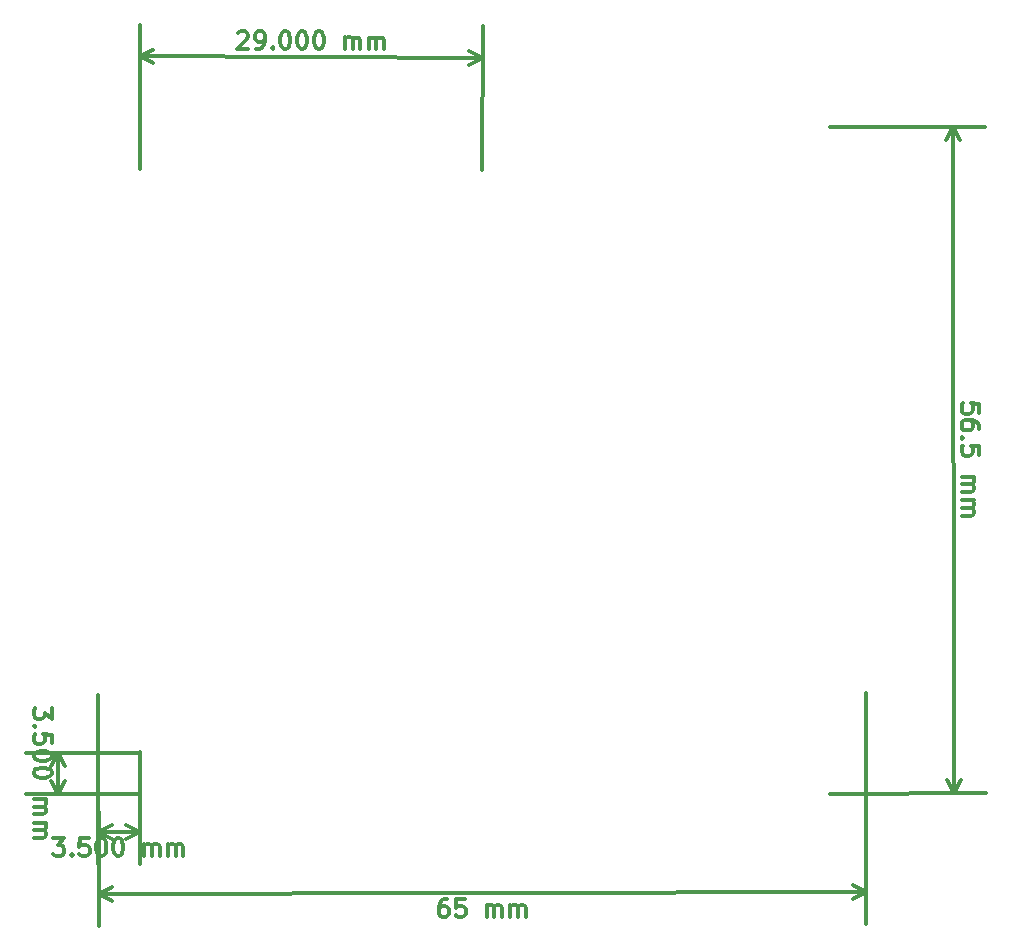
<source format=gbr>
G04 #@! TF.FileFunction,Drawing*
%FSLAX46Y46*%
G04 Gerber Fmt 4.6, Leading zero omitted, Abs format (unit mm)*
G04 Created by KiCad (PCBNEW 4.0.2-stable) date 4/7/2016 22:45:13*
%MOMM*%
G01*
G04 APERTURE LIST*
%ADD10C,0.100000*%
%ADD11C,0.300000*%
G04 APERTURE END LIST*
D10*
D11*
X80808573Y-123018571D02*
X81737144Y-123018571D01*
X81237144Y-123590000D01*
X81451430Y-123590000D01*
X81594287Y-123661429D01*
X81665716Y-123732857D01*
X81737144Y-123875714D01*
X81737144Y-124232857D01*
X81665716Y-124375714D01*
X81594287Y-124447143D01*
X81451430Y-124518571D01*
X81022858Y-124518571D01*
X80880001Y-124447143D01*
X80808573Y-124375714D01*
X82380001Y-124375714D02*
X82451429Y-124447143D01*
X82380001Y-124518571D01*
X82308572Y-124447143D01*
X82380001Y-124375714D01*
X82380001Y-124518571D01*
X83808573Y-123018571D02*
X83094287Y-123018571D01*
X83022858Y-123732857D01*
X83094287Y-123661429D01*
X83237144Y-123590000D01*
X83594287Y-123590000D01*
X83737144Y-123661429D01*
X83808573Y-123732857D01*
X83880001Y-123875714D01*
X83880001Y-124232857D01*
X83808573Y-124375714D01*
X83737144Y-124447143D01*
X83594287Y-124518571D01*
X83237144Y-124518571D01*
X83094287Y-124447143D01*
X83022858Y-124375714D01*
X84808572Y-123018571D02*
X84951429Y-123018571D01*
X85094286Y-123090000D01*
X85165715Y-123161429D01*
X85237144Y-123304286D01*
X85308572Y-123590000D01*
X85308572Y-123947143D01*
X85237144Y-124232857D01*
X85165715Y-124375714D01*
X85094286Y-124447143D01*
X84951429Y-124518571D01*
X84808572Y-124518571D01*
X84665715Y-124447143D01*
X84594286Y-124375714D01*
X84522858Y-124232857D01*
X84451429Y-123947143D01*
X84451429Y-123590000D01*
X84522858Y-123304286D01*
X84594286Y-123161429D01*
X84665715Y-123090000D01*
X84808572Y-123018571D01*
X86237143Y-123018571D02*
X86380000Y-123018571D01*
X86522857Y-123090000D01*
X86594286Y-123161429D01*
X86665715Y-123304286D01*
X86737143Y-123590000D01*
X86737143Y-123947143D01*
X86665715Y-124232857D01*
X86594286Y-124375714D01*
X86522857Y-124447143D01*
X86380000Y-124518571D01*
X86237143Y-124518571D01*
X86094286Y-124447143D01*
X86022857Y-124375714D01*
X85951429Y-124232857D01*
X85880000Y-123947143D01*
X85880000Y-123590000D01*
X85951429Y-123304286D01*
X86022857Y-123161429D01*
X86094286Y-123090000D01*
X86237143Y-123018571D01*
X88522857Y-124518571D02*
X88522857Y-123518571D01*
X88522857Y-123661429D02*
X88594285Y-123590000D01*
X88737143Y-123518571D01*
X88951428Y-123518571D01*
X89094285Y-123590000D01*
X89165714Y-123732857D01*
X89165714Y-124518571D01*
X89165714Y-123732857D02*
X89237143Y-123590000D01*
X89380000Y-123518571D01*
X89594285Y-123518571D01*
X89737143Y-123590000D01*
X89808571Y-123732857D01*
X89808571Y-124518571D01*
X90522857Y-124518571D02*
X90522857Y-123518571D01*
X90522857Y-123661429D02*
X90594285Y-123590000D01*
X90737143Y-123518571D01*
X90951428Y-123518571D01*
X91094285Y-123590000D01*
X91165714Y-123732857D01*
X91165714Y-124518571D01*
X91165714Y-123732857D02*
X91237143Y-123590000D01*
X91380000Y-123518571D01*
X91594285Y-123518571D01*
X91737143Y-123590000D01*
X91808571Y-123732857D01*
X91808571Y-124518571D01*
X88130000Y-122490000D02*
X84630000Y-122490000D01*
X88130000Y-115720000D02*
X88130000Y-125190000D01*
X84630000Y-115720000D02*
X84630000Y-125190000D01*
X84630000Y-122490000D02*
X85756504Y-121903579D01*
X84630000Y-122490000D02*
X85756504Y-123076421D01*
X88130000Y-122490000D02*
X87003496Y-121903579D01*
X88130000Y-122490000D02*
X87003496Y-123076421D01*
X80661429Y-111958573D02*
X80661429Y-112887144D01*
X80090000Y-112387144D01*
X80090000Y-112601430D01*
X80018571Y-112744287D01*
X79947143Y-112815716D01*
X79804286Y-112887144D01*
X79447143Y-112887144D01*
X79304286Y-112815716D01*
X79232857Y-112744287D01*
X79161429Y-112601430D01*
X79161429Y-112172858D01*
X79232857Y-112030001D01*
X79304286Y-111958573D01*
X79304286Y-113530001D02*
X79232857Y-113601429D01*
X79161429Y-113530001D01*
X79232857Y-113458572D01*
X79304286Y-113530001D01*
X79161429Y-113530001D01*
X80661429Y-114958573D02*
X80661429Y-114244287D01*
X79947143Y-114172858D01*
X80018571Y-114244287D01*
X80090000Y-114387144D01*
X80090000Y-114744287D01*
X80018571Y-114887144D01*
X79947143Y-114958573D01*
X79804286Y-115030001D01*
X79447143Y-115030001D01*
X79304286Y-114958573D01*
X79232857Y-114887144D01*
X79161429Y-114744287D01*
X79161429Y-114387144D01*
X79232857Y-114244287D01*
X79304286Y-114172858D01*
X80661429Y-115958572D02*
X80661429Y-116101429D01*
X80590000Y-116244286D01*
X80518571Y-116315715D01*
X80375714Y-116387144D01*
X80090000Y-116458572D01*
X79732857Y-116458572D01*
X79447143Y-116387144D01*
X79304286Y-116315715D01*
X79232857Y-116244286D01*
X79161429Y-116101429D01*
X79161429Y-115958572D01*
X79232857Y-115815715D01*
X79304286Y-115744286D01*
X79447143Y-115672858D01*
X79732857Y-115601429D01*
X80090000Y-115601429D01*
X80375714Y-115672858D01*
X80518571Y-115744286D01*
X80590000Y-115815715D01*
X80661429Y-115958572D01*
X80661429Y-117387143D02*
X80661429Y-117530000D01*
X80590000Y-117672857D01*
X80518571Y-117744286D01*
X80375714Y-117815715D01*
X80090000Y-117887143D01*
X79732857Y-117887143D01*
X79447143Y-117815715D01*
X79304286Y-117744286D01*
X79232857Y-117672857D01*
X79161429Y-117530000D01*
X79161429Y-117387143D01*
X79232857Y-117244286D01*
X79304286Y-117172857D01*
X79447143Y-117101429D01*
X79732857Y-117030000D01*
X80090000Y-117030000D01*
X80375714Y-117101429D01*
X80518571Y-117172857D01*
X80590000Y-117244286D01*
X80661429Y-117387143D01*
X79161429Y-119672857D02*
X80161429Y-119672857D01*
X80018571Y-119672857D02*
X80090000Y-119744285D01*
X80161429Y-119887143D01*
X80161429Y-120101428D01*
X80090000Y-120244285D01*
X79947143Y-120315714D01*
X79161429Y-120315714D01*
X79947143Y-120315714D02*
X80090000Y-120387143D01*
X80161429Y-120530000D01*
X80161429Y-120744285D01*
X80090000Y-120887143D01*
X79947143Y-120958571D01*
X79161429Y-120958571D01*
X79161429Y-121672857D02*
X80161429Y-121672857D01*
X80018571Y-121672857D02*
X80090000Y-121744285D01*
X80161429Y-121887143D01*
X80161429Y-122101428D01*
X80090000Y-122244285D01*
X79947143Y-122315714D01*
X79161429Y-122315714D01*
X79947143Y-122315714D02*
X80090000Y-122387143D01*
X80161429Y-122530000D01*
X80161429Y-122744285D01*
X80090000Y-122887143D01*
X79947143Y-122958571D01*
X79161429Y-122958571D01*
X81190000Y-115780000D02*
X81190000Y-119280000D01*
X88120000Y-115780000D02*
X78490000Y-115780000D01*
X88120000Y-119280000D02*
X78490000Y-119280000D01*
X81190000Y-119280000D02*
X80603579Y-118153496D01*
X81190000Y-119280000D02*
X81776421Y-118153496D01*
X81190000Y-115780000D02*
X80603579Y-116906504D01*
X81190000Y-115780000D02*
X81776421Y-116906504D01*
X96449454Y-54811985D02*
X96521153Y-54740827D01*
X96664280Y-54669940D01*
X97021420Y-54671295D01*
X97164005Y-54743265D01*
X97235163Y-54814965D01*
X97306049Y-54958092D01*
X97305507Y-55100948D01*
X97233266Y-55314961D01*
X96372878Y-56168846D01*
X97301443Y-56172368D01*
X98015723Y-56175077D02*
X98301435Y-56176161D01*
X98444562Y-56105276D01*
X98516261Y-56034118D01*
X98659931Y-55820376D01*
X98732442Y-55534934D01*
X98734609Y-54963510D01*
X98663724Y-54820384D01*
X98592566Y-54748684D01*
X98449981Y-54676714D01*
X98164269Y-54675630D01*
X98021141Y-54746517D01*
X97949443Y-54817674D01*
X97877472Y-54960259D01*
X97876118Y-55317400D01*
X97947004Y-55460527D01*
X98018161Y-55532225D01*
X98160747Y-55604195D01*
X98446459Y-55605279D01*
X98589586Y-55534393D01*
X98661285Y-55463236D01*
X98733255Y-55320651D01*
X99373398Y-56037369D02*
X99444554Y-56109069D01*
X99372856Y-56180225D01*
X99301698Y-56108527D01*
X99373398Y-56037369D01*
X99372856Y-56180225D01*
X100378538Y-54684029D02*
X100521394Y-54684571D01*
X100663979Y-54756541D01*
X100735137Y-54828241D01*
X100806023Y-54971368D01*
X100876367Y-55257350D01*
X100875012Y-55614491D01*
X100802501Y-55899932D01*
X100730531Y-56042517D01*
X100658831Y-56113674D01*
X100515705Y-56184560D01*
X100372849Y-56184018D01*
X100230264Y-56112049D01*
X100159106Y-56040349D01*
X100088220Y-55897223D01*
X100017876Y-55611240D01*
X100019230Y-55254099D01*
X100091743Y-54968658D01*
X100163712Y-54826073D01*
X100235411Y-54754916D01*
X100378538Y-54684029D01*
X101807099Y-54689448D02*
X101949955Y-54689990D01*
X102092540Y-54761960D01*
X102163697Y-54833659D01*
X102234584Y-54976786D01*
X102304928Y-55262769D01*
X102303573Y-55619910D01*
X102231062Y-55905351D01*
X102159092Y-56047936D01*
X102087392Y-56119093D01*
X101944265Y-56189979D01*
X101801409Y-56189437D01*
X101658824Y-56117468D01*
X101587667Y-56045768D01*
X101516781Y-55902641D01*
X101446436Y-55616658D01*
X101447791Y-55259518D01*
X101520303Y-54974077D01*
X101592273Y-54831492D01*
X101663972Y-54760334D01*
X101807099Y-54689448D01*
X103235660Y-54694866D02*
X103378516Y-54695408D01*
X103521101Y-54767379D01*
X103592258Y-54839078D01*
X103663145Y-54982205D01*
X103733489Y-55268188D01*
X103732134Y-55625328D01*
X103659623Y-55910769D01*
X103587652Y-56053354D01*
X103515953Y-56124512D01*
X103372826Y-56195397D01*
X103229970Y-56194856D01*
X103087385Y-56122886D01*
X103016227Y-56051187D01*
X102945342Y-55908060D01*
X102874997Y-55622077D01*
X102876352Y-55264937D01*
X102948864Y-54979496D01*
X103020833Y-54836911D01*
X103092533Y-54765753D01*
X103235660Y-54694866D01*
X105515668Y-56203525D02*
X105519461Y-55203533D01*
X105518919Y-55346390D02*
X105590617Y-55275232D01*
X105733745Y-55204345D01*
X105948029Y-55205158D01*
X106090614Y-55277129D01*
X106161500Y-55420256D01*
X106158520Y-56205964D01*
X106161500Y-55420256D02*
X106233471Y-55277670D01*
X106376597Y-55206784D01*
X106590881Y-55207597D01*
X106733467Y-55279567D01*
X106804353Y-55422694D01*
X106801372Y-56208402D01*
X107515653Y-56211112D02*
X107519446Y-55211119D01*
X107518904Y-55353976D02*
X107590603Y-55282818D01*
X107733731Y-55211932D01*
X107948014Y-55212744D01*
X108090599Y-55284715D01*
X108161486Y-55427842D01*
X108158506Y-56213550D01*
X108161486Y-55427842D02*
X108233456Y-55285257D01*
X108376583Y-55214370D01*
X108590867Y-55215183D01*
X108733453Y-55287153D01*
X108804338Y-55430280D01*
X108801358Y-56215988D01*
X88156000Y-56809113D02*
X117156000Y-56919113D01*
X88120000Y-66300000D02*
X88166241Y-54109132D01*
X117120000Y-66410000D02*
X117166241Y-54219132D01*
X117156000Y-56919113D02*
X116027280Y-57501257D01*
X117156000Y-56919113D02*
X116031729Y-56328424D01*
X88156000Y-56809113D02*
X89280271Y-57399802D01*
X88156000Y-56809113D02*
X89284720Y-56226969D01*
X114159726Y-128170410D02*
X113874013Y-128170969D01*
X113731296Y-128242677D01*
X113660007Y-128314245D01*
X113517569Y-128528809D01*
X113446698Y-128814663D01*
X113447815Y-129386090D01*
X113519523Y-129528807D01*
X113591090Y-129600096D01*
X113734088Y-129671245D01*
X114019801Y-129670687D01*
X114162518Y-129598980D01*
X114233808Y-129527411D01*
X114304956Y-129384415D01*
X114304258Y-129027273D01*
X114232551Y-128884555D01*
X114160983Y-128813267D01*
X114017986Y-128742117D01*
X113732273Y-128742676D01*
X113589555Y-128814384D01*
X113518267Y-128885951D01*
X113447117Y-129028948D01*
X115659724Y-128167479D02*
X114945439Y-128168875D01*
X114875406Y-128883299D01*
X114946695Y-128811732D01*
X115089412Y-128740024D01*
X115446555Y-128739326D01*
X115589551Y-128810475D01*
X115661119Y-128881764D01*
X115732827Y-129024481D01*
X115733524Y-129381623D01*
X115662376Y-129524619D01*
X115591087Y-129596188D01*
X115448369Y-129667895D01*
X115091227Y-129668593D01*
X114948231Y-129597444D01*
X114876662Y-129526155D01*
X117519793Y-129663847D02*
X117517839Y-128663849D01*
X117518118Y-128806706D02*
X117589407Y-128735138D01*
X117732125Y-128663430D01*
X117946409Y-128663011D01*
X118089406Y-128734161D01*
X118161114Y-128876878D01*
X118162649Y-129662590D01*
X118161114Y-128876878D02*
X118232263Y-128733882D01*
X118374981Y-128662174D01*
X118589265Y-128661755D01*
X118732262Y-128732904D01*
X118803969Y-128875622D01*
X118805505Y-129661334D01*
X119519790Y-129659938D02*
X119517835Y-128659940D01*
X119518115Y-128802798D02*
X119589403Y-128731229D01*
X119732121Y-128659521D01*
X119946406Y-128659103D01*
X120089402Y-128730252D01*
X120161110Y-128872969D01*
X120162645Y-129658682D01*
X120161110Y-128872969D02*
X120232260Y-128729973D01*
X120374977Y-128658265D01*
X120589261Y-128657846D01*
X120732259Y-128728996D01*
X120803966Y-128871713D01*
X120805501Y-129657426D01*
X84665737Y-127699478D02*
X149651637Y-127572478D01*
X84632800Y-110845600D02*
X84671014Y-130399473D01*
X149618700Y-110718600D02*
X149656914Y-130272473D01*
X149651637Y-127572478D02*
X148526281Y-128161099D01*
X149651637Y-127572478D02*
X148523989Y-126988260D01*
X84665737Y-127699478D02*
X85793385Y-128283696D01*
X84665737Y-127699478D02*
X85791093Y-127110857D01*
X159215768Y-86972078D02*
X159214804Y-86257793D01*
X158500422Y-86187328D01*
X158571946Y-86258660D01*
X158643568Y-86401421D01*
X158644050Y-86758563D01*
X158572814Y-86901517D01*
X158501483Y-86973042D01*
X158358722Y-87044663D01*
X158001579Y-87045145D01*
X157858626Y-86973910D01*
X157787101Y-86902577D01*
X157715480Y-86759817D01*
X157714998Y-86402674D01*
X157786233Y-86259721D01*
X157857566Y-86188195D01*
X159217600Y-88329219D02*
X159217214Y-88043505D01*
X159145592Y-87900744D01*
X159074067Y-87829412D01*
X158859589Y-87686844D01*
X158573778Y-87615801D01*
X158002351Y-87616572D01*
X157859590Y-87688194D01*
X157788258Y-87759718D01*
X157717023Y-87902673D01*
X157717408Y-88188386D01*
X157789029Y-88331147D01*
X157860554Y-88402479D01*
X158003508Y-88473715D01*
X158360650Y-88473232D01*
X158503411Y-88401612D01*
X158574742Y-88330086D01*
X158645979Y-88187133D01*
X158645593Y-87901419D01*
X158573971Y-87758658D01*
X158502447Y-87687326D01*
X158359493Y-87616090D01*
X157861519Y-89116764D02*
X157790186Y-89188288D01*
X157718662Y-89116957D01*
X157789993Y-89045431D01*
X157861519Y-89116764D01*
X157718662Y-89116957D01*
X159220589Y-90543503D02*
X159219625Y-89829217D01*
X158505243Y-89758752D01*
X158576767Y-89830085D01*
X158648389Y-89972845D01*
X158648871Y-90329988D01*
X158577635Y-90472941D01*
X158506303Y-90544467D01*
X158363543Y-90616088D01*
X158006400Y-90616570D01*
X157863447Y-90545335D01*
X157791922Y-90474002D01*
X157720301Y-90331242D01*
X157719819Y-89974099D01*
X157791054Y-89831146D01*
X157862386Y-89759620D01*
X157723097Y-92402668D02*
X158723096Y-92401318D01*
X158580238Y-92401511D02*
X158651764Y-92472842D01*
X158723385Y-92615604D01*
X158723675Y-92829888D01*
X158652438Y-92972842D01*
X158509678Y-93044463D01*
X157723965Y-93045524D01*
X158509678Y-93044463D02*
X158652631Y-93115700D01*
X158724253Y-93258460D01*
X158724542Y-93472745D01*
X158653306Y-93615699D01*
X158510546Y-93687320D01*
X157724832Y-93688380D01*
X157725797Y-94402666D02*
X158725796Y-94401316D01*
X158582938Y-94401509D02*
X158654463Y-94472840D01*
X158726085Y-94615602D01*
X158726374Y-94829887D01*
X158655138Y-94972840D01*
X158512378Y-95044462D01*
X157726664Y-95045522D01*
X158512378Y-95044462D02*
X158655331Y-95115698D01*
X158726953Y-95258458D01*
X158727242Y-95472743D01*
X158656006Y-95615697D01*
X158513245Y-95687318D01*
X157727532Y-95688379D01*
X157011640Y-62749255D02*
X157087840Y-119200755D01*
X146532600Y-62763400D02*
X159711638Y-62745610D01*
X146608800Y-119214900D02*
X159787838Y-119197110D01*
X157087840Y-119200755D02*
X156499899Y-118075044D01*
X157087840Y-119200755D02*
X157672740Y-118073461D01*
X157011640Y-62749255D02*
X156426740Y-63876549D01*
X157011640Y-62749255D02*
X157599581Y-63874966D01*
M02*

</source>
